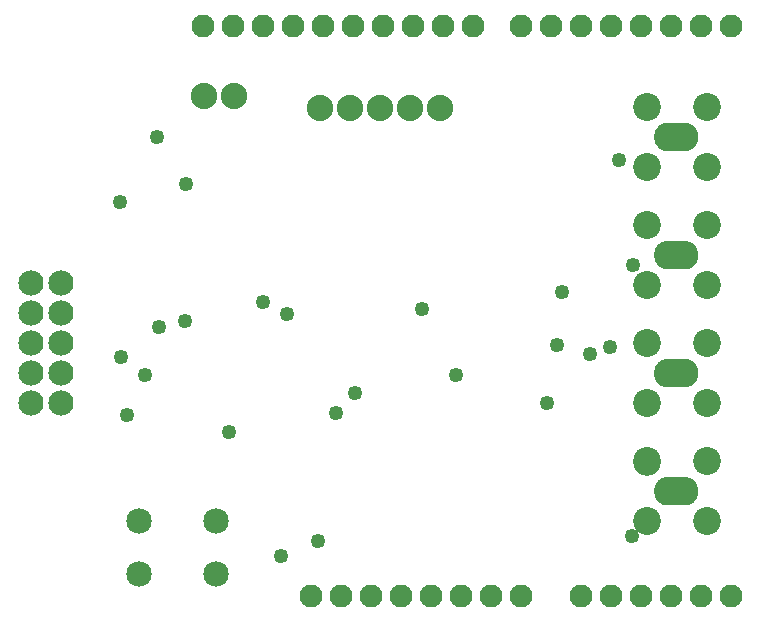
<source format=gbs>
G04 MADE WITH FRITZING*
G04 WWW.FRITZING.ORG*
G04 DOUBLE SIDED*
G04 HOLES PLATED*
G04 CONTOUR ON CENTER OF CONTOUR VECTOR*
%ASAXBY*%
%FSLAX23Y23*%
%MOIN*%
%OFA0B0*%
%SFA1.0B1.0*%
%ADD10C,0.088000*%
%ADD11C,0.049370*%
%ADD12C,0.085000*%
%ADD13C,0.092677*%
%ADD14C,0.093071*%
%ADD15C,0.084000*%
%ADD16C,0.076194*%
%ADD17C,0.076222*%
%ADD18C,0.027000*%
%ADD19R,0.001000X0.001000*%
%LNMASK0*%
G90*
G70*
G54D10*
X748Y1778D03*
X848Y1778D03*
G54D11*
X1925Y947D03*
X2033Y917D03*
X2100Y939D03*
X1940Y1125D03*
X2132Y1563D03*
X2179Y1215D03*
X2173Y311D03*
X1474Y1067D03*
X1587Y846D03*
X1890Y754D03*
X1126Y293D03*
X1004Y244D03*
X551Y846D03*
X1189Y720D03*
X1024Y1049D03*
X1250Y787D03*
X831Y656D03*
X945Y1089D03*
X492Y715D03*
X471Y907D03*
X467Y1425D03*
X596Y1008D03*
X591Y1640D03*
X684Y1028D03*
X689Y1482D03*
G54D10*
X1535Y1738D03*
X1435Y1738D03*
X1335Y1738D03*
X1235Y1738D03*
X1135Y1738D03*
G54D12*
X787Y183D03*
X532Y183D03*
X787Y360D03*
X532Y360D03*
G54D13*
X2223Y558D03*
G54D14*
X2322Y459D03*
X2223Y359D03*
X2223Y559D03*
X2423Y359D03*
X2423Y559D03*
G54D13*
X2223Y952D03*
G54D14*
X2322Y853D03*
X2223Y752D03*
X2223Y952D03*
X2423Y752D03*
X2423Y952D03*
G54D13*
X2223Y1740D03*
G54D14*
X2322Y1641D03*
X2223Y1540D03*
X2223Y1740D03*
X2423Y1540D03*
X2423Y1740D03*
G54D15*
X170Y754D03*
X170Y854D03*
X170Y954D03*
X170Y1054D03*
X170Y1154D03*
X270Y754D03*
X270Y854D03*
X270Y954D03*
X270Y1054D03*
X270Y1154D03*
G54D16*
X2103Y111D03*
X2203Y111D03*
X2303Y111D03*
X2403Y111D03*
X2503Y111D03*
G54D17*
X1643Y2011D03*
X1543Y2011D03*
X1443Y2011D03*
X1343Y2011D03*
X1243Y2011D03*
X1143Y2011D03*
X1043Y2011D03*
X943Y2011D03*
X843Y2011D03*
X743Y2011D03*
X2503Y2011D03*
X2403Y2011D03*
X2303Y2011D03*
X2203Y2011D03*
X2103Y2011D03*
X2003Y2011D03*
X1903Y2011D03*
X1803Y2011D03*
G54D16*
X1203Y111D03*
X1103Y111D03*
X1303Y111D03*
X1403Y111D03*
X1503Y111D03*
X1603Y111D03*
X1703Y111D03*
X1803Y111D03*
X2003Y111D03*
G54D13*
X2223Y1346D03*
G54D14*
X2322Y1247D03*
X2223Y1146D03*
X2223Y1346D03*
X2423Y1146D03*
X2423Y1346D03*
G54D18*
G36*
X241Y725D02*
X241Y782D01*
X298Y782D01*
X298Y725D01*
X241Y725D01*
G37*
D02*
G54D19*
X2284Y1686D02*
X2359Y1686D01*
X2279Y1685D02*
X2364Y1685D01*
X2276Y1684D02*
X2367Y1684D01*
X2274Y1683D02*
X2370Y1683D01*
X2272Y1682D02*
X2372Y1682D01*
X2270Y1681D02*
X2373Y1681D01*
X2268Y1680D02*
X2375Y1680D01*
X2267Y1679D02*
X2376Y1679D01*
X2266Y1678D02*
X2377Y1678D01*
X2265Y1677D02*
X2379Y1677D01*
X2263Y1676D02*
X2380Y1676D01*
X2262Y1675D02*
X2381Y1675D01*
X2261Y1674D02*
X2382Y1674D01*
X2261Y1673D02*
X2383Y1673D01*
X2260Y1672D02*
X2384Y1672D01*
X2259Y1671D02*
X2384Y1671D01*
X2258Y1670D02*
X2385Y1670D01*
X2257Y1669D02*
X2386Y1669D01*
X2257Y1668D02*
X2386Y1668D01*
X2256Y1667D02*
X2387Y1667D01*
X2255Y1666D02*
X2388Y1666D01*
X2255Y1665D02*
X2388Y1665D01*
X2254Y1664D02*
X2389Y1664D01*
X2254Y1663D02*
X2389Y1663D01*
X2253Y1662D02*
X2390Y1662D01*
X2253Y1661D02*
X2390Y1661D01*
X2252Y1660D02*
X2319Y1660D01*
X2324Y1660D02*
X2391Y1660D01*
X2252Y1659D02*
X2315Y1659D01*
X2328Y1659D02*
X2391Y1659D01*
X2252Y1658D02*
X2314Y1658D01*
X2330Y1658D02*
X2392Y1658D01*
X2251Y1657D02*
X2312Y1657D01*
X2331Y1657D02*
X2392Y1657D01*
X2251Y1656D02*
X2311Y1656D01*
X2332Y1656D02*
X2392Y1656D01*
X2251Y1655D02*
X2310Y1655D01*
X2333Y1655D02*
X2393Y1655D01*
X2250Y1654D02*
X2309Y1654D01*
X2334Y1654D02*
X2393Y1654D01*
X2250Y1653D02*
X2309Y1653D01*
X2335Y1653D02*
X2393Y1653D01*
X2250Y1652D02*
X2308Y1652D01*
X2335Y1652D02*
X2393Y1652D01*
X2250Y1651D02*
X2307Y1651D01*
X2336Y1651D02*
X2394Y1651D01*
X2249Y1650D02*
X2307Y1650D01*
X2336Y1650D02*
X2394Y1650D01*
X2249Y1649D02*
X2307Y1649D01*
X2337Y1649D02*
X2394Y1649D01*
X2249Y1648D02*
X2306Y1648D01*
X2337Y1648D02*
X2394Y1648D01*
X2249Y1647D02*
X2306Y1647D01*
X2337Y1647D02*
X2394Y1647D01*
X2249Y1646D02*
X2306Y1646D01*
X2337Y1646D02*
X2395Y1646D01*
X2249Y1645D02*
X2306Y1645D01*
X2338Y1645D02*
X2395Y1645D01*
X2248Y1644D02*
X2305Y1644D01*
X2338Y1644D02*
X2395Y1644D01*
X2248Y1643D02*
X2305Y1643D01*
X2338Y1643D02*
X2395Y1643D01*
X2248Y1642D02*
X2305Y1642D01*
X2338Y1642D02*
X2395Y1642D01*
X2248Y1641D02*
X2305Y1641D01*
X2338Y1641D02*
X2395Y1641D01*
X2248Y1640D02*
X2305Y1640D01*
X2338Y1640D02*
X2395Y1640D01*
X2248Y1639D02*
X2305Y1639D01*
X2338Y1639D02*
X2395Y1639D01*
X2248Y1638D02*
X2305Y1638D01*
X2338Y1638D02*
X2395Y1638D01*
X2248Y1637D02*
X2305Y1637D01*
X2338Y1637D02*
X2395Y1637D01*
X2248Y1636D02*
X2305Y1636D01*
X2338Y1636D02*
X2395Y1636D01*
X2248Y1635D02*
X2305Y1635D01*
X2338Y1635D02*
X2395Y1635D01*
X2249Y1634D02*
X2306Y1634D01*
X2338Y1634D02*
X2395Y1634D01*
X2249Y1633D02*
X2306Y1633D01*
X2337Y1633D02*
X2394Y1633D01*
X2249Y1632D02*
X2306Y1632D01*
X2337Y1632D02*
X2394Y1632D01*
X2249Y1631D02*
X2307Y1631D01*
X2337Y1631D02*
X2394Y1631D01*
X2249Y1630D02*
X2307Y1630D01*
X2336Y1630D02*
X2394Y1630D01*
X2249Y1629D02*
X2307Y1629D01*
X2336Y1629D02*
X2394Y1629D01*
X2250Y1628D02*
X2308Y1628D01*
X2335Y1628D02*
X2394Y1628D01*
X2250Y1627D02*
X2308Y1627D01*
X2335Y1627D02*
X2393Y1627D01*
X2250Y1626D02*
X2309Y1626D01*
X2334Y1626D02*
X2393Y1626D01*
X2251Y1625D02*
X2310Y1625D01*
X2333Y1625D02*
X2393Y1625D01*
X2251Y1624D02*
X2311Y1624D01*
X2332Y1624D02*
X2392Y1624D01*
X2251Y1623D02*
X2312Y1623D01*
X2331Y1623D02*
X2392Y1623D01*
X2252Y1622D02*
X2313Y1622D01*
X2330Y1622D02*
X2392Y1622D01*
X2252Y1621D02*
X2315Y1621D01*
X2328Y1621D02*
X2391Y1621D01*
X2252Y1620D02*
X2318Y1620D01*
X2325Y1620D02*
X2391Y1620D01*
X2253Y1619D02*
X2390Y1619D01*
X2253Y1618D02*
X2390Y1618D01*
X2254Y1617D02*
X2389Y1617D01*
X2254Y1616D02*
X2389Y1616D01*
X2255Y1615D02*
X2388Y1615D01*
X2255Y1614D02*
X2388Y1614D01*
X2256Y1613D02*
X2387Y1613D01*
X2257Y1612D02*
X2387Y1612D01*
X2257Y1611D02*
X2386Y1611D01*
X2258Y1610D02*
X2385Y1610D01*
X2259Y1609D02*
X2384Y1609D01*
X2260Y1608D02*
X2384Y1608D01*
X2260Y1607D02*
X2383Y1607D01*
X2261Y1606D02*
X2382Y1606D01*
X2262Y1605D02*
X2381Y1605D01*
X2263Y1604D02*
X2380Y1604D01*
X2264Y1603D02*
X2379Y1603D01*
X2266Y1602D02*
X2378Y1602D01*
X2267Y1601D02*
X2376Y1601D01*
X2268Y1600D02*
X2375Y1600D01*
X2270Y1599D02*
X2374Y1599D01*
X2271Y1598D02*
X2372Y1598D01*
X2273Y1597D02*
X2370Y1597D01*
X2276Y1596D02*
X2368Y1596D01*
X2278Y1595D02*
X2365Y1595D01*
X2283Y1594D02*
X2360Y1594D01*
X2282Y1292D02*
X2362Y1292D01*
X2278Y1291D02*
X2365Y1291D01*
X2275Y1290D02*
X2368Y1290D01*
X2273Y1289D02*
X2370Y1289D01*
X2271Y1288D02*
X2372Y1288D01*
X2269Y1287D02*
X2374Y1287D01*
X2268Y1286D02*
X2375Y1286D01*
X2267Y1285D02*
X2377Y1285D01*
X2265Y1284D02*
X2378Y1284D01*
X2264Y1283D02*
X2379Y1283D01*
X2263Y1282D02*
X2380Y1282D01*
X2262Y1281D02*
X2381Y1281D01*
X2261Y1280D02*
X2382Y1280D01*
X2260Y1279D02*
X2383Y1279D01*
X2259Y1278D02*
X2384Y1278D01*
X2259Y1277D02*
X2385Y1277D01*
X2258Y1276D02*
X2385Y1276D01*
X2257Y1275D02*
X2386Y1275D01*
X2256Y1274D02*
X2387Y1274D01*
X2256Y1273D02*
X2387Y1273D01*
X2255Y1272D02*
X2388Y1272D01*
X2255Y1271D02*
X2389Y1271D01*
X2254Y1270D02*
X2389Y1270D01*
X2254Y1269D02*
X2390Y1269D01*
X2253Y1268D02*
X2390Y1268D01*
X2253Y1267D02*
X2391Y1267D01*
X2252Y1266D02*
X2317Y1266D01*
X2326Y1266D02*
X2391Y1266D01*
X2252Y1265D02*
X2315Y1265D01*
X2329Y1265D02*
X2391Y1265D01*
X2251Y1264D02*
X2313Y1264D01*
X2330Y1264D02*
X2392Y1264D01*
X2251Y1263D02*
X2312Y1263D01*
X2332Y1263D02*
X2392Y1263D01*
X2251Y1262D02*
X2311Y1262D01*
X2333Y1262D02*
X2392Y1262D01*
X2250Y1261D02*
X2310Y1261D01*
X2334Y1261D02*
X2393Y1261D01*
X2250Y1260D02*
X2309Y1260D01*
X2334Y1260D02*
X2393Y1260D01*
X2250Y1259D02*
X2308Y1259D01*
X2335Y1259D02*
X2393Y1259D01*
X2250Y1258D02*
X2308Y1258D01*
X2336Y1258D02*
X2394Y1258D01*
X2249Y1257D02*
X2307Y1257D01*
X2336Y1257D02*
X2394Y1257D01*
X2249Y1256D02*
X2307Y1256D01*
X2336Y1256D02*
X2394Y1256D01*
X2249Y1255D02*
X2306Y1255D01*
X2337Y1255D02*
X2394Y1255D01*
X2249Y1254D02*
X2306Y1254D01*
X2337Y1254D02*
X2394Y1254D01*
X2249Y1253D02*
X2306Y1253D01*
X2337Y1253D02*
X2394Y1253D01*
X2249Y1252D02*
X2306Y1252D01*
X2338Y1252D02*
X2395Y1252D01*
X2248Y1251D02*
X2305Y1251D01*
X2338Y1251D02*
X2395Y1251D01*
X2248Y1250D02*
X2305Y1250D01*
X2338Y1250D02*
X2395Y1250D01*
X2248Y1249D02*
X2305Y1249D01*
X2338Y1249D02*
X2395Y1249D01*
X2248Y1248D02*
X2305Y1248D01*
X2338Y1248D02*
X2395Y1248D01*
X2248Y1247D02*
X2305Y1247D01*
X2338Y1247D02*
X2395Y1247D01*
X2248Y1246D02*
X2305Y1246D01*
X2338Y1246D02*
X2395Y1246D01*
X2248Y1245D02*
X2305Y1245D01*
X2338Y1245D02*
X2395Y1245D01*
X2248Y1244D02*
X2305Y1244D01*
X2338Y1244D02*
X2395Y1244D01*
X2248Y1243D02*
X2305Y1243D01*
X2338Y1243D02*
X2395Y1243D01*
X2248Y1242D02*
X2305Y1242D01*
X2338Y1242D02*
X2395Y1242D01*
X2249Y1241D02*
X2306Y1241D01*
X2338Y1241D02*
X2395Y1241D01*
X2249Y1240D02*
X2306Y1240D01*
X2337Y1240D02*
X2395Y1240D01*
X2249Y1239D02*
X2306Y1239D01*
X2337Y1239D02*
X2394Y1239D01*
X2249Y1238D02*
X2306Y1238D01*
X2337Y1238D02*
X2394Y1238D01*
X2249Y1237D02*
X2307Y1237D01*
X2337Y1237D02*
X2394Y1237D01*
X2249Y1236D02*
X2307Y1236D01*
X2336Y1236D02*
X2394Y1236D01*
X2250Y1235D02*
X2308Y1235D01*
X2336Y1235D02*
X2394Y1235D01*
X2250Y1234D02*
X2308Y1234D01*
X2335Y1234D02*
X2393Y1234D01*
X2250Y1233D02*
X2309Y1233D01*
X2335Y1233D02*
X2393Y1233D01*
X2250Y1232D02*
X2309Y1232D01*
X2334Y1232D02*
X2393Y1232D01*
X2251Y1231D02*
X2310Y1231D01*
X2333Y1231D02*
X2393Y1231D01*
X2251Y1230D02*
X2311Y1230D01*
X2332Y1230D02*
X2392Y1230D01*
X2251Y1229D02*
X2312Y1229D01*
X2331Y1229D02*
X2392Y1229D01*
X2252Y1228D02*
X2314Y1228D01*
X2329Y1228D02*
X2392Y1228D01*
X2252Y1227D02*
X2316Y1227D01*
X2327Y1227D02*
X2391Y1227D01*
X2253Y1226D02*
X2391Y1226D01*
X2253Y1225D02*
X2390Y1225D01*
X2253Y1224D02*
X2390Y1224D01*
X2254Y1223D02*
X2389Y1223D01*
X2254Y1222D02*
X2389Y1222D01*
X2255Y1221D02*
X2388Y1221D01*
X2256Y1220D02*
X2388Y1220D01*
X2256Y1219D02*
X2387Y1219D01*
X2257Y1218D02*
X2386Y1218D01*
X2258Y1217D02*
X2386Y1217D01*
X2258Y1216D02*
X2385Y1216D01*
X2259Y1215D02*
X2384Y1215D01*
X2260Y1214D02*
X2383Y1214D01*
X2261Y1213D02*
X2382Y1213D01*
X2262Y1212D02*
X2382Y1212D01*
X2263Y1211D02*
X2381Y1211D01*
X2264Y1210D02*
X2379Y1210D01*
X2265Y1209D02*
X2378Y1209D01*
X2266Y1208D02*
X2377Y1208D01*
X2267Y1207D02*
X2376Y1207D01*
X2269Y1206D02*
X2374Y1206D01*
X2270Y1205D02*
X2373Y1205D01*
X2272Y1204D02*
X2371Y1204D01*
X2274Y1203D02*
X2369Y1203D01*
X2277Y1202D02*
X2367Y1202D01*
X2280Y1201D02*
X2364Y1201D01*
X2287Y1200D02*
X2356Y1200D01*
X2287Y899D02*
X2356Y899D01*
X2280Y898D02*
X2363Y898D01*
X2277Y897D02*
X2367Y897D01*
X2274Y896D02*
X2369Y896D01*
X2272Y895D02*
X2371Y895D01*
X2270Y894D02*
X2373Y894D01*
X2269Y893D02*
X2374Y893D01*
X2267Y892D02*
X2376Y892D01*
X2266Y891D02*
X2377Y891D01*
X2265Y890D02*
X2378Y890D01*
X2264Y889D02*
X2379Y889D01*
X2263Y888D02*
X2381Y888D01*
X2262Y887D02*
X2382Y887D01*
X2261Y886D02*
X2382Y886D01*
X2260Y885D02*
X2383Y885D01*
X2259Y884D02*
X2384Y884D01*
X2258Y883D02*
X2385Y883D01*
X2258Y882D02*
X2386Y882D01*
X2257Y881D02*
X2386Y881D01*
X2256Y880D02*
X2387Y880D01*
X2256Y879D02*
X2388Y879D01*
X2255Y878D02*
X2388Y878D01*
X2254Y877D02*
X2389Y877D01*
X2254Y876D02*
X2389Y876D01*
X2253Y875D02*
X2390Y875D01*
X2253Y874D02*
X2390Y874D01*
X2253Y873D02*
X2391Y873D01*
X2252Y872D02*
X2316Y872D01*
X2327Y872D02*
X2391Y872D01*
X2252Y871D02*
X2314Y871D01*
X2329Y871D02*
X2392Y871D01*
X2251Y870D02*
X2312Y870D01*
X2331Y870D02*
X2392Y870D01*
X2251Y869D02*
X2311Y869D01*
X2332Y869D02*
X2392Y869D01*
X2251Y868D02*
X2310Y868D01*
X2333Y868D02*
X2393Y868D01*
X2250Y867D02*
X2309Y867D01*
X2334Y867D02*
X2393Y867D01*
X2250Y866D02*
X2309Y866D01*
X2335Y866D02*
X2393Y866D01*
X2250Y865D02*
X2308Y865D01*
X2335Y865D02*
X2393Y865D01*
X2250Y864D02*
X2308Y864D01*
X2336Y864D02*
X2394Y864D01*
X2249Y863D02*
X2307Y863D01*
X2336Y863D02*
X2394Y863D01*
X2249Y862D02*
X2307Y862D01*
X2337Y862D02*
X2394Y862D01*
X2249Y861D02*
X2306Y861D01*
X2337Y861D02*
X2394Y861D01*
X2249Y860D02*
X2306Y860D01*
X2337Y860D02*
X2394Y860D01*
X2249Y859D02*
X2306Y859D01*
X2337Y859D02*
X2395Y859D01*
X2249Y858D02*
X2306Y858D01*
X2338Y858D02*
X2395Y858D01*
X2248Y857D02*
X2305Y857D01*
X2338Y857D02*
X2395Y857D01*
X2248Y856D02*
X2305Y856D01*
X2338Y856D02*
X2395Y856D01*
X2248Y855D02*
X2305Y855D01*
X2338Y855D02*
X2395Y855D01*
X2248Y854D02*
X2305Y854D01*
X2338Y854D02*
X2395Y854D01*
X2248Y853D02*
X2305Y853D01*
X2338Y853D02*
X2395Y853D01*
X2248Y852D02*
X2305Y852D01*
X2338Y852D02*
X2395Y852D01*
X2248Y851D02*
X2305Y851D01*
X2338Y851D02*
X2395Y851D01*
X2248Y850D02*
X2305Y850D01*
X2338Y850D02*
X2395Y850D01*
X2248Y849D02*
X2305Y849D01*
X2338Y849D02*
X2395Y849D01*
X2248Y848D02*
X2305Y848D01*
X2338Y848D02*
X2395Y848D01*
X2249Y847D02*
X2306Y847D01*
X2338Y847D02*
X2395Y847D01*
X2249Y846D02*
X2306Y846D01*
X2337Y846D02*
X2394Y846D01*
X2249Y845D02*
X2306Y845D01*
X2337Y845D02*
X2394Y845D01*
X2249Y844D02*
X2306Y844D01*
X2337Y844D02*
X2394Y844D01*
X2249Y843D02*
X2307Y843D01*
X2336Y843D02*
X2394Y843D01*
X2249Y842D02*
X2307Y842D01*
X2336Y842D02*
X2394Y842D01*
X2250Y841D02*
X2308Y841D01*
X2336Y841D02*
X2394Y841D01*
X2250Y840D02*
X2308Y840D01*
X2335Y840D02*
X2393Y840D01*
X2250Y839D02*
X2309Y839D01*
X2334Y839D02*
X2393Y839D01*
X2250Y838D02*
X2310Y838D01*
X2334Y838D02*
X2393Y838D01*
X2251Y837D02*
X2311Y837D01*
X2333Y837D02*
X2392Y837D01*
X2251Y836D02*
X2312Y836D01*
X2332Y836D02*
X2392Y836D01*
X2251Y835D02*
X2313Y835D01*
X2330Y835D02*
X2392Y835D01*
X2252Y834D02*
X2315Y834D01*
X2329Y834D02*
X2391Y834D01*
X2252Y833D02*
X2317Y833D01*
X2326Y833D02*
X2391Y833D01*
X2253Y832D02*
X2391Y832D01*
X2253Y831D02*
X2390Y831D01*
X2254Y830D02*
X2390Y830D01*
X2254Y829D02*
X2389Y829D01*
X2255Y828D02*
X2389Y828D01*
X2255Y827D02*
X2388Y827D01*
X2256Y826D02*
X2387Y826D01*
X2256Y825D02*
X2387Y825D01*
X2257Y824D02*
X2386Y824D01*
X2258Y823D02*
X2385Y823D01*
X2259Y822D02*
X2385Y822D01*
X2259Y821D02*
X2384Y821D01*
X2260Y820D02*
X2383Y820D01*
X2261Y819D02*
X2382Y819D01*
X2262Y818D02*
X2381Y818D01*
X2263Y817D02*
X2380Y817D01*
X2264Y816D02*
X2379Y816D01*
X2265Y815D02*
X2378Y815D01*
X2267Y814D02*
X2377Y814D01*
X2268Y813D02*
X2375Y813D01*
X2269Y812D02*
X2374Y812D01*
X2271Y811D02*
X2372Y811D01*
X2273Y810D02*
X2370Y810D01*
X2275Y809D02*
X2368Y809D01*
X2278Y808D02*
X2365Y808D01*
X2282Y807D02*
X2362Y807D01*
X2283Y505D02*
X2360Y505D01*
X2278Y504D02*
X2365Y504D01*
X2276Y503D02*
X2368Y503D01*
X2273Y502D02*
X2370Y502D01*
X2271Y501D02*
X2372Y501D01*
X2270Y500D02*
X2374Y500D01*
X2268Y499D02*
X2375Y499D01*
X2267Y498D02*
X2376Y498D01*
X2266Y497D02*
X2378Y497D01*
X2264Y496D02*
X2379Y496D01*
X2263Y495D02*
X2380Y495D01*
X2262Y494D02*
X2381Y494D01*
X2261Y493D02*
X2382Y493D01*
X2260Y492D02*
X2383Y492D01*
X2260Y491D02*
X2384Y491D01*
X2259Y490D02*
X2384Y490D01*
X2258Y489D02*
X2385Y489D01*
X2257Y488D02*
X2386Y488D01*
X2257Y487D02*
X2387Y487D01*
X2256Y486D02*
X2387Y486D01*
X2255Y485D02*
X2388Y485D01*
X2255Y484D02*
X2388Y484D01*
X2254Y483D02*
X2389Y483D01*
X2254Y482D02*
X2389Y482D01*
X2253Y481D02*
X2390Y481D01*
X2253Y480D02*
X2390Y480D01*
X2252Y479D02*
X2318Y479D01*
X2325Y479D02*
X2391Y479D01*
X2252Y478D02*
X2315Y478D01*
X2328Y478D02*
X2391Y478D01*
X2252Y477D02*
X2313Y477D01*
X2330Y477D02*
X2392Y477D01*
X2251Y476D02*
X2312Y476D01*
X2331Y476D02*
X2392Y476D01*
X2251Y475D02*
X2311Y475D01*
X2332Y475D02*
X2392Y475D01*
X2251Y474D02*
X2310Y474D01*
X2333Y474D02*
X2393Y474D01*
X2250Y473D02*
X2309Y473D01*
X2334Y473D02*
X2393Y473D01*
X2250Y472D02*
X2308Y472D01*
X2335Y472D02*
X2393Y472D01*
X2250Y471D02*
X2308Y471D01*
X2335Y471D02*
X2394Y471D01*
X2249Y470D02*
X2307Y470D01*
X2336Y470D02*
X2394Y470D01*
X2249Y469D02*
X2307Y469D01*
X2336Y469D02*
X2394Y469D01*
X2249Y468D02*
X2307Y468D01*
X2337Y468D02*
X2394Y468D01*
X2249Y467D02*
X2306Y467D01*
X2337Y467D02*
X2394Y467D01*
X2249Y466D02*
X2306Y466D01*
X2337Y466D02*
X2394Y466D01*
X2249Y465D02*
X2306Y465D01*
X2338Y465D02*
X2395Y465D01*
X2248Y464D02*
X2305Y464D01*
X2338Y464D02*
X2395Y464D01*
X2248Y463D02*
X2305Y463D01*
X2338Y463D02*
X2395Y463D01*
X2248Y462D02*
X2305Y462D01*
X2338Y462D02*
X2395Y462D01*
X2248Y461D02*
X2305Y461D01*
X2338Y461D02*
X2395Y461D01*
X2248Y460D02*
X2305Y460D01*
X2338Y460D02*
X2395Y460D01*
X2248Y459D02*
X2305Y459D01*
X2338Y459D02*
X2395Y459D01*
X2248Y458D02*
X2305Y458D01*
X2338Y458D02*
X2395Y458D01*
X2248Y457D02*
X2305Y457D01*
X2338Y457D02*
X2395Y457D01*
X2248Y456D02*
X2305Y456D01*
X2338Y456D02*
X2395Y456D01*
X2248Y455D02*
X2305Y455D01*
X2338Y455D02*
X2395Y455D01*
X2249Y454D02*
X2306Y454D01*
X2338Y454D02*
X2395Y454D01*
X2249Y453D02*
X2306Y453D01*
X2337Y453D02*
X2395Y453D01*
X2249Y452D02*
X2306Y452D01*
X2337Y452D02*
X2394Y452D01*
X2249Y451D02*
X2306Y451D01*
X2337Y451D02*
X2394Y451D01*
X2249Y450D02*
X2307Y450D01*
X2337Y450D02*
X2394Y450D01*
X2249Y449D02*
X2307Y449D01*
X2336Y449D02*
X2394Y449D01*
X2250Y448D02*
X2307Y448D01*
X2336Y448D02*
X2394Y448D01*
X2250Y447D02*
X2308Y447D01*
X2335Y447D02*
X2393Y447D01*
X2250Y446D02*
X2309Y446D01*
X2335Y446D02*
X2393Y446D01*
X2250Y445D02*
X2309Y445D01*
X2334Y445D02*
X2393Y445D01*
X2251Y444D02*
X2310Y444D01*
X2333Y444D02*
X2393Y444D01*
X2251Y443D02*
X2311Y443D01*
X2332Y443D02*
X2392Y443D01*
X2251Y442D02*
X2312Y442D01*
X2331Y442D02*
X2392Y442D01*
X2252Y441D02*
X2314Y441D01*
X2330Y441D02*
X2392Y441D01*
X2252Y440D02*
X2315Y440D01*
X2328Y440D02*
X2391Y440D01*
X2252Y439D02*
X2319Y439D01*
X2324Y439D02*
X2391Y439D01*
X2253Y438D02*
X2390Y438D01*
X2253Y437D02*
X2390Y437D01*
X2254Y436D02*
X2389Y436D01*
X2254Y435D02*
X2389Y435D01*
X2255Y434D02*
X2388Y434D01*
X2255Y433D02*
X2388Y433D01*
X2256Y432D02*
X2387Y432D01*
X2257Y431D02*
X2386Y431D01*
X2257Y430D02*
X2386Y430D01*
X2258Y429D02*
X2385Y429D01*
X2259Y428D02*
X2384Y428D01*
X2260Y427D02*
X2384Y427D01*
X2261Y426D02*
X2383Y426D01*
X2261Y425D02*
X2382Y425D01*
X2262Y424D02*
X2381Y424D01*
X2263Y423D02*
X2380Y423D01*
X2265Y422D02*
X2379Y422D01*
X2266Y421D02*
X2378Y421D01*
X2267Y420D02*
X2376Y420D01*
X2268Y419D02*
X2375Y419D01*
X2270Y418D02*
X2373Y418D01*
X2272Y417D02*
X2372Y417D01*
X2274Y416D02*
X2370Y416D01*
X2276Y415D02*
X2367Y415D01*
X2279Y414D02*
X2364Y414D01*
X2284Y413D02*
X2359Y413D01*
D02*
G04 End of Mask0*
M02*
</source>
